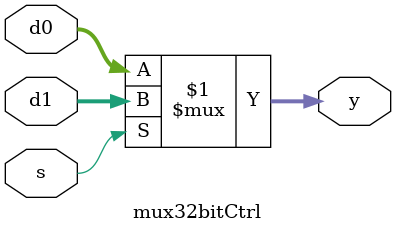
<source format=sv>

`timescale 1ns / 1ps
module Arm (
    input clk
);

  wire [31:0] pc;
  wire [31:0] nextPc;
  wire [31:0] Instruction;
  wire [31:0] ExtImm;
  wire [31:0] PCPlusFour;
  wire [31:0] PCPlusEight;
  wire [31:0] AluResult;
  wire [31:0] WriteData;
  wire [31:0] ReadData;
  wire [31:0] Result;
  wire [31:0] SrcA;
  wire [31:0] SrcB;
  wire [31:0] SrcBN;
  wire [1:0] pcSrc;
  wire memToReg;
  wire memWrite;
  wire v;
  wire c;
  wire n;
  wire z;
  wire [1:0] aluControl;
  wire aluSrc;
  wire [1:0] immSrc;
  wire [1:0] regSrc;
  wire regWrite;
  wire voidWire;
  wire [3:0] RA1;
  wire [3:0] RA2;


  mux32bitCtrl MuxForPC(
      .d0(PCPlusFour),
      .d1(Result),
      .s (pcSrc),
      .y (nextPc)
  );


  ProgramCounter PC (
      .clock(clk),
      .pcIn (PCPlusFour),
      .PcOut(pc)
  );


  fulladder_b fullAdderForPcPlusFour (
      .a(pc),
      .b(32'b00000000000000000000000000000100),
      .cin(1'b0),
      .s(PCPlusFour),
      .cout(voidWire)
  );


  fulladder_b fullAdderForPcPlusEight (
      .a(PCPlusFour),
      .b(32'b00000000000000000000000000000100),
      .cin(1'b0),
      .s(PCPlusEight),
      .cout(voidWire)
  );

  InstructionMemory IM (
      .instructionAdress(pc),
      .result(Instruction)
  );

  ControlUnit ControlUnit (
      .cond(Instruction[28:31]),
      .op(Instruction[26:27]),
      .funct(Instruction[20:25]),
      .rd(Instruction[12:15]),
      .PCSrc(pcSrc),
      .MemToReg(memToReg),
      .MemWrite(memWrite),
      .ALUControl(aluControl),
      .ALUSrc(aluSrc),
      .ImmSrc(immSrc),
      .RegSrc(regSrc),
      .RegWrite(regWrite),
  );

  mux4bitCtrl MuxForRA1 (
      .d0(Instruction[16:19]),
      .d1(4'b1111),
      .s (regSrc[0]),
      .y (RA1)
  );

  mux4bitCtrl MuxForRA2 (
      .d0(Instruction[0:3]),
      .d1(Instruction[12:15]),
      .s (regSrc[1]),
      .y (RA2)
  );

  RegisterFile RegFile (
      .clk(clk),
      .RegWrite(regWrite),
      .a1(RA1),
      .a2(RA2),
      .a3(Instruction[12:15]),
      .wd3(Result),
      .iR15(PcPlusEight),
      .RD1(SrcA),
      .RD2(SrcB)
  );

  ExtendUnit ExUnit (
      .inst  (Instruction[0:23]),
      .immSrc(immSrc),
      .ExtImm(ExtImm)
  );

  mux32bitCtrl MuxForSrcB (
      .d0(SrcB),
      .d1(ExtImm),
      .s (aluSrc),
      .y (SrcBN)
  );

  ALUflags Alu (
      .A(SrcA),
      .B(SrcBN),
      .ALUControl(aluControl),
      .result(AluResult),
      .V(v),
      .C(c),
      .N(n),
      .Z(z)
  );



  DataMemory DMemory (
      .clk(clk),
      .writeEnable(memWrite),
      .adress(AluResult),
      .writeData(SrcB),
      .rd(ReadData)
  );

  mux32bitCtrl MuxForResult (
      .d0(AluResult),
      .d1(ReadData),
      .s (memToReg),
      .y (Result)
  );


endmodule


module mux4bitCtrl (
    input logic [3:0] d0,
    input logic [3:0] d1,
    input logic s,
    output logic [3:0] y
);

  assign y = s ? d1 : d0;
endmodule

module mux32bitCtrl (
    input logic [31:0] d0,
    input logic [31:0] d1,
    input logic s,
    output logic [31:0] y
);

  assign y = s ? d1 : d0;
endmodule


</source>
